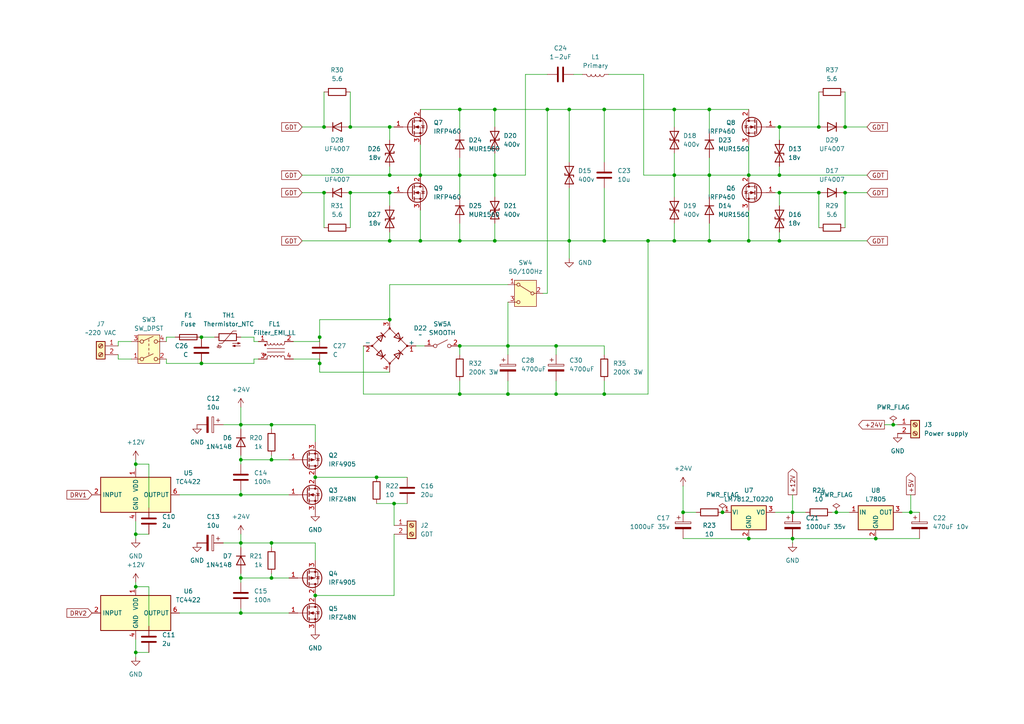
<source format=kicad_sch>
(kicad_sch (version 20231120) (generator "eeschema") (generator_version "8.0")
  (paper "A4")
  (title_block (title "HNaderi's PLL SSTC") (rev "2") (company "hnaderi.dev") (comment 1 "Power"))
  (lib_symbols
    (symbol "Connector:Screw_Terminal_01x02" (pin_names (offset 1.016) hide)
      (property "Reference" "J" (at 0 2.54 0))
      (property "Value" "Screw_Terminal_01x02" (at 0 -5.08 0))
      (symbol "Screw_Terminal_01x02_1_1"
        (pin passive line (at -5.08 0 0) (length 3.81) (name "Pin_1") (number "1"))
        (pin passive line (at -5.08 -2.54 0) (length 3.81) (name "Pin_2") (number "2"))
      )
    )
    (symbol "Device:C" (pin_numbers hide) (pin_names (offset 0.254))
      (property "Reference" "C" (at 0.635 2.54 0))
      (property "Value" "C" (at 0.635 -2.54 0))
      (symbol "C_1_1"
        (pin passive line (at 0 3.81 270) (length 2.794) (name "~") (number "1"))
        (pin passive line (at 0 -3.81 90) (length 2.794) (name "~") (number "2"))
      )
    )
    (symbol "Device:C_Polarized" (pin_numbers hide) (pin_names (offset 0.254))
      (property "Reference" "C" (at 0.635 2.54 0))
      (property "Value" "C_Polarized" (at 0.635 -2.54 0))
      (symbol "C_Polarized_1_1"
        (pin passive line (at 0 3.81 270) (length 2.794) (name "~") (number "1"))
        (pin passive line (at 0 -3.81 90) (length 2.794) (name "~") (number "2"))
      )
    )
    (symbol "Device:D" (pin_numbers hide) (pin_names (offset 1.016) hide)
      (property "Reference" "D" (at 0 2.54 0))
      (property "Value" "D" (at 0 -2.54 0))
      (symbol "D_1_1"
        (pin passive line (at -3.81 0 0) (length 2.54) (name "K") (number "1"))
        (pin passive line (at 3.81 0 180) (length 2.54) (name "A") (number "2"))
      )
    )
    (symbol "Device:D_Bridge_+-AA" (pin_names (offset 0))
      (property "Reference" "D" (at 2.54 6.985 0))
      (property "Value" "D_Bridge_+-AA" (at 2.54 5.08 0))
      (symbol "D_Bridge_+-AA_1_1"
        (pin passive line (at 7.62 0 180) (length 2.54) (name "+") (number "1"))
        (pin passive line (at -7.62 0 0) (length 2.54) (name "-") (number "2"))
        (pin passive line (at 0 7.62 270) (length 2.54) (name "~") (number "3"))
        (pin passive line (at 0 -7.62 90) (length 2.54) (name "~") (number "4"))
      )
    )
    (symbol "Device:D_TVS" (pin_numbers hide) (pin_names (offset 1.016) hide)
      (property "Reference" "D" (at 0 2.54 0))
      (property "Value" "D_TVS" (at 0 -2.54 0))
      (symbol "D_TVS_1_1"
        (pin passive line (at -3.81 0 0) (length 2.54) (name "A1") (number "1"))
        (pin passive line (at 3.81 0 180) (length 2.54) (name "A2") (number "2"))
      )
    )
    (symbol "Device:Filter_EMI_LL" (pin_names (offset 0.254) hide)
      (property "Reference" "FL" (at 0 4.445 0))
      (property "Value" "Filter_EMI_LL" (at 0 -4.445 0))
      (symbol "Filter_EMI_LL_1_1"
        (pin passive line (at -5.08 2.54 0) (length 2.54) (name "1") (number "1"))
        (pin passive line (at 5.08 2.54 180) (length 2.54) (name "2") (number "2"))
        (pin passive line (at -5.08 -2.54 0) (length 2.54) (name "3") (number "3"))
        (pin passive line (at 5.08 -2.54 180) (length 2.54) (name "4") (number "4"))
      )
    )
    (symbol "Device:Fuse" (pin_numbers hide) (pin_names (offset 0))
      (property "Reference" "F" (at 2.032 0 90))
      (property "Value" "Fuse" (at -1.905 0 90))
      (symbol "Fuse_1_1"
        (pin passive line (at 0 3.81 270) (length 1.27) (name "~") (number "1"))
        (pin passive line (at 0 -3.81 90) (length 1.27) (name "~") (number "2"))
      )
    )
    (symbol "Device:L" (pin_numbers hide) (pin_names (offset 1.016) hide)
      (property "Reference" "L" (at -1.27 0 90))
      (property "Value" "L" (at 1.905 0 90))
      (symbol "L_1_1"
        (pin passive line (at 0 3.81 270) (length 1.27) (name "1") (number "1"))
        (pin passive line (at 0 -3.81 90) (length 1.27) (name "2") (number "2"))
      )
    )
    (symbol "Device:Q_NMOS_GDS" (pin_names (offset 0) hide)
      (property "Reference" "Q" (at 5.08 1.27 0))
      (property "Value" "Q_NMOS_GDS" (at 5.08 -1.27 0))
      (symbol "Q_NMOS_GDS_1_1"
        (pin input line (at -5.08 0 0) (length 2.54) (name "G") (number "1"))
        (pin passive line (at 2.54 5.08 270) (length 2.54) (name "D") (number "2"))
        (pin passive line (at 2.54 -5.08 90) (length 2.54) (name "S") (number "3"))
      )
    )
    (symbol "Device:R" (pin_numbers hide) (pin_names (offset 0))
      (property "Reference" "R" (at 2.032 0 90))
      (property "Value" "R" (at 0 0 90))
      (symbol "R_1_1"
        (pin passive line (at 0 3.81 270) (length 1.27) (name "~") (number "1"))
        (pin passive line (at 0 -3.81 90) (length 1.27) (name "~") (number "2"))
      )
    )
    (symbol "Device:Thermistor_NTC" (pin_numbers hide) (pin_names (offset 0))
      (property "Reference" "TH" (at -4.445 0 90))
      (property "Value" "Thermistor_NTC" (at 3.175 0 90))
      (symbol "Thermistor_NTC_1_1"
        (pin passive line (at 0 3.81 270) (length 1.27) (name "~") (number "1"))
        (pin passive line (at 0 -3.81 90) (length 1.27) (name "~") (number "2"))
      )
    )
    (symbol "Diode:1N4148" (pin_numbers hide) (pin_names hide)
      (property "Reference" "D" (at 0 2.54 0))
      (property "Value" "1N4148" (at 0 -2.54 0))
      (symbol "1N4148_1_1"
        (pin passive line (at -3.81 0 0) (length 2.54) (name "K") (number "1"))
        (pin passive line (at 3.81 0 180) (length 2.54) (name "A") (number "2"))
      )
    )
    (symbol "Driver_FET:TC4422"
      (property "Reference" "U" (at -8.89 6.35 0))
      (property "Value" "TC4422" (at 6.35 6.35 0))
      (symbol "TC4422_1_1"
        (pin power_in line (at 0 7.62 270) (length 2.54) (name "VDD") (number "1"))
        (pin input line (at -12.7 0 0) (length 2.54) (name "INPUT") (number "2"))
        (pin no_connect line (at -5.08 -5.08 90) (length 2.54) hide (name "NC") (number "3"))
        (pin power_in line (at 0 -7.62 90) (length 2.54) (name "GND") (number "4"))
        (pin passive line (at 0 -7.62 90) (length 2.54) hide (name "GND") (number "5"))
        (pin output line (at 12.7 0 180) (length 2.54) (name "OUTPUT") (number "6"))
        (pin passive line (at 12.7 0 180) (length 2.54) hide (name "OUTPUT") (number "7"))
        (pin passive line (at 0 7.62 270) (length 2.54) hide (name "VDD") (number "8"))
      )
    )
    (symbol "Missing:IRFZ48N" (pin_names hide)
      (property "Reference" "Q" (at 5.08 1.905 0))
      (property "Value" "IRFZ48N" (at 5.08 0 0))
      (symbol "IRFZ48N_1_1"
        (pin input line (at -5.08 0 0) (length 2.54) (name "G") (number "1"))
        (pin passive line (at 2.54 5.08 270) (length 2.54) (name "D") (number "2"))
        (pin passive line (at 2.54 -5.08 90) (length 2.54) (name "S") (number "3"))
      )
    )
    (symbol "Regulator_Linear:L7805" (pin_names (offset 0.254))
      (property "Reference" "U" (at -3.81 3.175 0))
      (property "Value" "L7805" (at 0 3.175 0))
      (symbol "L7805_1_1"
        (pin power_in line (at -7.62 0 0) (length 2.54) (name "IN") (number "1"))
        (pin power_in line (at 0 -7.62 90) (length 2.54) (name "GND") (number "2"))
        (pin power_out line (at 7.62 0 180) (length 2.54) (name "OUT") (number "3"))
      )
    )
    (symbol "Regulator_Linear:LM7812_TO220" (pin_names (offset 0.254))
      (property "Reference" "U" (at -3.81 3.175 0))
      (property "Value" "LM7812_TO220" (at 0 3.175 0))
      (symbol "LM7812_TO220_1_1"
        (pin power_in line (at -7.62 0 0) (length 2.54) (name "VI") (number "1"))
        (pin power_in line (at 0 -7.62 90) (length 2.54) (name "GND") (number "2"))
        (pin power_out line (at 7.62 0 180) (length 2.54) (name "VO") (number "3"))
      )
    )
    (symbol "Switch:SW_DPST" (pin_names (offset 0) hide)
      (property "Reference" "SW" (at 0 6.35 0))
      (property "Value" "SW_DPST" (at 0 -5.08 0))
      (symbol "SW_DPST_1_1"
        (pin passive line (at -5.08 -2.54 0) (length 2.54) (name "1") (number "1"))
        (pin passive line (at 5.08 -2.54 180) (length 2.54) (name "2") (number "2"))
        (pin passive line (at -5.08 2.54 0) (length 2.54) (name "3") (number "3"))
        (pin passive line (at 5.08 2.54 180) (length 2.54) (name "4") (number "4"))
      )
    )
    (symbol "Switch:SW_DPST_x2" (pin_names (offset 0) hide)
      (property "Reference" "SW" (at 0 3.175 0))
      (property "Value" "SW_DPST_x2" (at 0 -2.54 0))
      (symbol "SW_DPST_x2_1_1"
        (pin passive line (at -5.08 0 0) (length 2.54) (name "A") (number "1"))
        (pin passive line (at 5.08 0 180) (length 2.54) (name "B") (number "2"))
      )
      (symbol "SW_DPST_x2_2_1"
        (pin passive line (at -5.08 0 0) (length 2.54) (name "A") (number "3"))
        (pin passive line (at 5.08 0 180) (length 2.54) (name "B") (number "4"))
      )
    )
    (symbol "Switch:SW_SPDT" (pin_names (offset 0) hide)
      (property "Reference" "SW" (at 0 5.08 0))
      (property "Value" "SW_SPDT" (at 0 -5.08 0))
      (symbol "SW_SPDT_1_1"
        (pin passive line (at 5.08 2.54 180) (length 2.54) (name "A") (number "1"))
        (pin passive line (at -5.08 0 0) (length 2.54) (name "B") (number "2"))
        (pin passive line (at 5.08 -2.54 180) (length 2.54) (name "C") (number "3"))
      )
    )
    (symbol "Transistor_FET:IRF4905" (pin_names hide)
      (property "Reference" "Q" (at 5.08 1.905 0))
      (property "Value" "IRF4905" (at 5.08 0 0))
      (symbol "IRF4905_1_1"
        (pin input line (at -5.08 0 0) (length 2.54) (name "G") (number "1"))
        (pin passive line (at 2.54 5.08 270) (length 2.54) (name "D") (number "2"))
        (pin passive line (at 2.54 -5.08 90) (length 2.54) (name "S") (number "3"))
      )
    )
    (symbol "power:+15V" (power) (pin_numbers hide) (pin_names (offset 0) hide)
      (property "Value" "+15V" (at 0 3.556 0))
      (symbol "+15V_1_1"
        (pin power_in line (at 0 0 90) (length 0) (name "~") (number "1"))
      )
    )
    (symbol "power:+24V" (power) (pin_numbers hide) (pin_names (offset 0) hide)
      (property "Value" "+24V" (at 0 3.556 0))
      (symbol "+24V_1_1"
        (pin power_in line (at 0 0 90) (length 0) (name "~") (number "1"))
      )
    )
    (symbol "power:GND" (power) (pin_numbers hide) (pin_names (offset 0) hide)
      (property "Value" "GND" (at 0 -3.81 0))
      (symbol "GND_1_1"
        (pin power_in line (at 0 0 270) (length 0) (name "~") (number "1"))
      )
    )
    (symbol "power:PWR_FLAG" (power) (pin_numbers hide) (pin_names (offset 0) hide)
      (property "Value" "PWR_FLAG" (at 0 3.81 0))
      (symbol "PWR_FLAG_0_0"
        (pin power_out line (at 0 0 90) (length 0) (name "~") (number "1"))
      )
    )
  )
  (junction (at 195.58 69.85))
  (junction (at 39.37 154.94))
  (junction (at 245.11 55.88))
  (junction (at 198.12 148.59))
  (junction (at 205.74 69.85))
  (junction (at 226.06 50.8))
  (junction (at 147.32 114.3))
  (junction (at 78.74 157.48))
  (junction (at 161.29 114.3))
  (junction (at 58.42 97.79))
  (junction (at 259.08 123.19))
  (junction (at 69.85 167.64))
  (junction (at 217.17 69.85))
  (junction (at 226.06 36.83))
  (junction (at 226.06 69.85))
  (junction (at 226.06 55.88))
  (junction (at 78.74 133.35))
  (junction (at 254 156.21))
  (junction (at 121.92 50.8))
  (junction (at 69.85 177.8))
  (junction (at 121.92 69.85))
  (junction (at 58.42 105.41))
  (junction (at 39.37 170.18))
  (junction (at 209.55 148.59))
  (junction (at 91.44 172.72))
  (junction (at 175.26 69.85))
  (junction (at 93.98 55.88))
  (junction (at 92.71 105.41))
  (junction (at 91.44 138.43))
  (junction (at 158.75 31.75))
  (junction (at 133.35 50.8))
  (junction (at 245.11 36.83))
  (junction (at 101.6 55.88))
  (junction (at 143.51 69.85))
  (junction (at 69.85 133.35))
  (junction (at 92.71 97.79))
  (junction (at 175.26 114.3))
  (junction (at 113.03 50.8))
  (junction (at 175.26 31.75))
  (junction (at 113.03 55.88))
  (junction (at 113.03 92.71))
  (junction (at 187.96 69.85))
  (junction (at 101.6 36.83))
  (junction (at 39.37 134.62))
  (junction (at 93.98 36.83))
  (junction (at 69.85 157.48))
  (junction (at 195.58 31.75))
  (junction (at 195.58 50.8))
  (junction (at 161.29 100.33))
  (junction (at 165.1 31.75))
  (junction (at 205.74 31.75))
  (junction (at 78.74 167.64))
  (junction (at 205.74 50.8))
  (junction (at 113.03 36.83))
  (junction (at 143.51 50.8))
  (junction (at 114.3 146.05))
  (junction (at 133.35 100.33))
  (junction (at 264.16 148.59))
  (junction (at 133.35 69.85))
  (junction (at 69.85 143.51))
  (junction (at 237.49 36.83))
  (junction (at 229.87 148.59))
  (junction (at 165.1 69.85))
  (junction (at 217.17 50.8))
  (junction (at 109.22 138.43))
  (junction (at 237.49 55.88))
  (junction (at 78.74 123.19))
  (junction (at 133.35 114.3))
  (junction (at 113.03 69.85))
  (junction (at 133.35 31.75))
  (junction (at 242.57 148.59))
  (junction (at 229.87 156.21))
  (junction (at 147.32 100.33))
  (junction (at 39.37 189.23))
  (junction (at 217.17 156.21))
  (junction (at 69.85 123.19))
  (junction (at 143.51 31.75))
  (wire (pts (xy 91.44 128.27) (xy 91.44 123.19)))
  (wire (pts (xy 264.16 148.59) (xy 261.62 148.59)))
  (wire (pts (xy 39.37 185.42) (xy 39.37 189.23)))
  (wire (pts (xy 64.77 157.48) (xy 69.85 157.48)))
  (wire (pts (xy 113.03 107.95) (xy 92.71 107.95)))
  (wire (pts (xy 69.85 134.62) (xy 69.85 133.35)))
  (wire (pts (xy 143.51 50.8) (xy 133.35 50.8)))
  (wire (pts (xy 39.37 134.62) (xy 39.37 135.89)))
  (wire (pts (xy 113.03 82.55) (xy 113.03 92.71)))
  (wire (pts (xy 39.37 190.5) (xy 39.37 189.23)))
  (wire (pts (xy 121.92 50.8) (xy 133.35 50.8)))
  (wire (pts (xy 246.38 148.59) (xy 242.57 148.59)))
  (wire (pts (xy 93.98 55.88) (xy 93.98 66.04)))
  (wire (pts (xy 113.03 55.88) (xy 113.03 59.69)))
  (wire (pts (xy 186.69 21.59) (xy 186.69 50.8)))
  (wire (pts (xy 175.26 100.33) (xy 175.26 102.87)))
  (wire (pts (xy 205.74 57.15) (xy 205.74 50.8)))
  (wire (pts (xy 251.46 50.8) (xy 226.06 50.8)))
  (wire (pts (xy 91.44 172.72) (xy 114.3 172.72)))
  (wire (pts (xy 165.1 69.85) (xy 175.26 69.85)))
  (wire (pts (xy 143.51 57.15) (xy 143.51 50.8)))
  (wire (pts (xy 113.03 36.83) (xy 113.03 40.64)))
  (wire (pts (xy 143.51 44.45) (xy 143.51 50.8)))
  (wire (pts (xy 147.32 100.33) (xy 147.32 102.87)))
  (wire (pts (xy 78.74 166.37) (xy 78.74 167.64)))
  (wire (pts (xy 133.35 102.87) (xy 133.35 100.33)))
  (wire (pts (xy 69.85 142.24) (xy 69.85 143.51)))
  (wire (pts (xy 69.85 123.19) (xy 78.74 123.19)))
  (wire (pts (xy 114.3 146.05) (xy 114.3 152.4)))
  (wire (pts (xy 69.85 123.19) (xy 69.85 124.46)))
  (wire (pts (xy 147.32 87.63) (xy 147.32 100.33)))
  (wire (pts (xy 87.63 36.83) (xy 93.98 36.83)))
  (wire (pts (xy 226.06 55.88) (xy 237.49 55.88)))
  (wire (pts (xy 113.03 82.55) (xy 147.32 82.55)))
  (wire (pts (xy 109.22 138.43) (xy 118.11 138.43)))
  (wire (pts (xy 121.92 69.85) (xy 113.03 69.85)))
  (wire (pts (xy 245.11 55.88) (xy 245.11 66.04)))
  (wire (pts (xy 226.06 55.88) (xy 226.06 59.69)))
  (wire (pts (xy 226.06 50.8) (xy 226.06 48.26)))
  (wire (pts (xy 78.74 132.08) (xy 78.74 133.35)))
  (wire (pts (xy 175.26 54.61) (xy 175.26 69.85)))
  (wire (pts (xy 78.74 133.35) (xy 83.82 133.35)))
  (wire (pts (xy 114.3 146.05) (xy 118.11 146.05)))
  (wire (pts (xy 133.35 45.72) (xy 133.35 50.8)))
  (wire (pts (xy 109.22 146.05) (xy 114.3 146.05)))
  (wire (pts (xy 187.96 114.3) (xy 187.96 69.85)))
  (wire (pts (xy 241.3 148.59) (xy 242.57 148.59)))
  (wire (pts (xy 205.74 64.77) (xy 205.74 69.85)))
  (wire (pts (xy 105.41 114.3) (xy 133.35 114.3)))
  (wire (pts (xy 161.29 100.33) (xy 175.26 100.33)))
  (wire (pts (xy 198.12 148.59) (xy 201.93 148.59)))
  (wire (pts (xy 198.12 140.97) (xy 198.12 148.59)))
  (wire (pts (xy 158.75 21.59) (xy 152.4 21.59)))
  (wire (pts (xy 34.29 99.06) (xy 38.1 99.06)))
  (wire (pts (xy 85.09 99.06) (xy 92.71 99.06)))
  (wire (pts (xy 143.51 69.85) (xy 133.35 69.85)))
  (wire (pts (xy 175.26 114.3) (xy 187.96 114.3)))
  (wire (pts (xy 195.58 64.77) (xy 195.58 69.85)))
  (wire (pts (xy 78.74 167.64) (xy 83.82 167.64)))
  (wire (pts (xy 93.98 36.83) (xy 93.98 26.67)))
  (wire (pts (xy 121.92 50.8) (xy 113.03 50.8)))
  (wire (pts (xy 175.26 46.99) (xy 175.26 31.75)))
  (wire (pts (xy 48.26 105.41) (xy 58.42 105.41)))
  (wire (pts (xy 73.66 99.06) (xy 73.66 97.79)))
  (wire (pts (xy 217.17 156.21) (xy 229.87 156.21)))
  (wire (pts (xy 113.03 50.8) (xy 113.03 48.26)))
  (wire (pts (xy 74.93 99.06) (xy 73.66 99.06)))
  (wire (pts (xy 195.58 69.85) (xy 205.74 69.85)))
  (wire (pts (xy 34.29 104.14) (xy 34.29 102.87)))
  (wire (pts (xy 217.17 50.8) (xy 205.74 50.8)))
  (wire (pts (xy 92.71 92.71) (xy 92.71 97.79)))
  (wire (pts (xy 224.79 55.88) (xy 226.06 55.88)))
  (wire (pts (xy 69.85 177.8) (xy 83.82 177.8)))
  (wire (pts (xy 87.63 50.8) (xy 113.03 50.8)))
  (wire (pts (xy 113.03 55.88) (xy 101.6 55.88)))
  (wire (pts (xy 69.85 133.35) (xy 78.74 133.35)))
  (wire (pts (xy 92.71 105.41) (xy 92.71 107.95)))
  (wire (pts (xy 39.37 154.94) (xy 39.37 151.13)))
  (wire (pts (xy 217.17 69.85) (xy 226.06 69.85)))
  (wire (pts (xy 143.51 69.85) (xy 165.1 69.85)))
  (wire (pts (xy 34.29 104.14) (xy 38.1 104.14)))
  (wire (pts (xy 165.1 74.93) (xy 165.1 69.85)))
  (wire (pts (xy 121.92 41.91) (xy 121.92 50.8)))
  (wire (pts (xy 158.75 31.75) (xy 165.1 31.75)))
  (wire (pts (xy 266.7 148.59) (xy 264.16 148.59)))
  (wire (pts (xy 168.91 21.59) (xy 166.37 21.59)))
  (wire (pts (xy 92.71 99.06) (xy 92.71 97.79)))
  (wire (pts (xy 217.17 50.8) (xy 226.06 50.8)))
  (wire (pts (xy 165.1 31.75) (xy 175.26 31.75)))
  (wire (pts (xy 195.58 57.15) (xy 195.58 50.8)))
  (wire (pts (xy 101.6 66.04) (xy 101.6 55.88)))
  (wire (pts (xy 245.11 36.83) (xy 245.11 26.67)))
  (wire (pts (xy 147.32 114.3) (xy 161.29 114.3)))
  (wire (pts (xy 226.06 36.83) (xy 226.06 40.64)))
  (wire (pts (xy 133.35 38.1) (xy 133.35 31.75)))
  (wire (pts (xy 176.53 21.59) (xy 186.69 21.59)))
  (wire (pts (xy 165.1 46.99) (xy 165.1 31.75)))
  (wire (pts (xy 69.85 166.37) (xy 69.85 167.64)))
  (wire (pts (xy 87.63 69.85) (xy 113.03 69.85)))
  (wire (pts (xy 62.23 97.79) (xy 58.42 97.79)))
  (wire (pts (xy 205.74 45.72) (xy 205.74 50.8)))
  (wire (pts (xy 143.51 64.77) (xy 143.51 69.85)))
  (wire (pts (xy 114.3 36.83) (xy 113.03 36.83)))
  (wire (pts (xy 147.32 100.33) (xy 161.29 100.33)))
  (wire (pts (xy 43.18 170.18) (xy 39.37 170.18)))
  (wire (pts (xy 43.18 189.23) (xy 39.37 189.23)))
  (wire (pts (xy 229.87 148.59) (xy 233.68 148.59)))
  (wire (pts (xy 161.29 114.3) (xy 161.29 110.49)))
  (wire (pts (xy 161.29 114.3) (xy 175.26 114.3)))
  (wire (pts (xy 34.29 100.33) (xy 34.29 99.06)))
  (wire (pts (xy 237.49 36.83) (xy 237.49 26.67)))
  (wire (pts (xy 133.35 114.3) (xy 147.32 114.3)))
  (wire (pts (xy 229.87 156.21) (xy 254 156.21)))
  (wire (pts (xy 175.26 31.75) (xy 195.58 31.75)))
  (wire (pts (xy 43.18 134.62) (xy 39.37 134.62)))
  (wire (pts (xy 143.51 31.75) (xy 133.35 31.75)))
  (wire (pts (xy 217.17 41.91) (xy 217.17 50.8)))
  (wire (pts (xy 73.66 97.79) (xy 69.85 97.79)))
  (wire (pts (xy 254 156.21) (xy 266.7 156.21)))
  (wire (pts (xy 229.87 143.51) (xy 229.87 148.59)))
  (wire (pts (xy 195.58 50.8) (xy 205.74 50.8)))
  (wire (pts (xy 92.71 104.14) (xy 92.71 105.41)))
  (wire (pts (xy 39.37 133.35) (xy 39.37 134.62)))
  (wire (pts (xy 69.85 176.53) (xy 69.85 177.8)))
  (wire (pts (xy 69.85 118.11) (xy 69.85 123.19)))
  (wire (pts (xy 217.17 60.96) (xy 217.17 69.85)))
  (wire (pts (xy 226.06 36.83) (xy 237.49 36.83)))
  (wire (pts (xy 152.4 50.8) (xy 143.51 50.8)))
  (wire (pts (xy 105.41 114.3) (xy 105.41 100.33)))
  (wire (pts (xy 205.74 38.1) (xy 205.74 31.75)))
  (wire (pts (xy 78.74 157.48) (xy 78.74 158.75)))
  (wire (pts (xy 114.3 154.94) (xy 114.3 172.72)))
  (wire (pts (xy 43.18 170.18) (xy 43.18 181.61)))
  (wire (pts (xy 48.26 99.06) (xy 48.26 97.79)))
  (wire (pts (xy 259.08 123.19) (xy 260.35 123.19)))
  (wire (pts (xy 175.26 110.49) (xy 175.26 114.3)))
  (wire (pts (xy 87.63 55.88) (xy 93.98 55.88)))
  (wire (pts (xy 158.75 31.75) (xy 158.75 85.09)))
  (wire (pts (xy 43.18 147.32) (xy 43.18 134.62)))
  (wire (pts (xy 39.37 168.91) (xy 39.37 170.18)))
  (wire (pts (xy 120.65 100.33) (xy 123.19 100.33)))
  (wire (pts (xy 121.92 60.96) (xy 121.92 69.85)))
  (wire (pts (xy 143.51 36.83) (xy 143.51 31.75)))
  (wire (pts (xy 92.71 92.71) (xy 113.03 92.71)))
  (wire (pts (xy 187.96 69.85) (xy 195.58 69.85)))
  (wire (pts (xy 224.79 148.59) (xy 229.87 148.59)))
  (wire (pts (xy 113.03 36.83) (xy 101.6 36.83)))
  (wire (pts (xy 217.17 69.85) (xy 205.74 69.85)))
  (wire (pts (xy 69.85 132.08) (xy 69.85 133.35)))
  (wire (pts (xy 175.26 69.85) (xy 187.96 69.85)))
  (wire (pts (xy 121.92 31.75) (xy 133.35 31.75)))
  (wire (pts (xy 147.32 114.3) (xy 147.32 110.49)))
  (wire (pts (xy 198.12 156.21) (xy 217.17 156.21)))
  (wire (pts (xy 91.44 123.19) (xy 78.74 123.19)))
  (wire (pts (xy 152.4 21.59) (xy 152.4 50.8)))
  (wire (pts (xy 91.44 157.48) (xy 78.74 157.48)))
  (wire (pts (xy 85.09 104.14) (xy 92.71 104.14)))
  (wire (pts (xy 69.85 157.48) (xy 78.74 157.48)))
  (wire (pts (xy 121.92 69.85) (xy 133.35 69.85)))
  (wire (pts (xy 133.35 100.33) (xy 147.32 100.33)))
  (wire (pts (xy 237.49 66.04) (xy 237.49 55.88)))
  (wire (pts (xy 114.3 55.88) (xy 113.03 55.88)))
  (wire (pts (xy 195.58 31.75) (xy 205.74 31.75)))
  (wire (pts (xy 217.17 31.75) (xy 205.74 31.75)))
  (wire (pts (xy 91.44 162.56) (xy 91.44 157.48)))
  (wire (pts (xy 161.29 100.33) (xy 161.29 102.87)))
  (wire (pts (xy 69.85 168.91) (xy 69.85 167.64)))
  (wire (pts (xy 64.77 123.19) (xy 69.85 123.19)))
  (wire (pts (xy 48.26 97.79) (xy 50.8 97.79)))
  (wire (pts (xy 133.35 114.3) (xy 133.35 110.49)))
  (wire (pts (xy 143.51 31.75) (xy 158.75 31.75)))
  (wire (pts (xy 52.07 177.8) (xy 69.85 177.8)))
  (wire (pts (xy 52.07 143.51) (xy 69.85 143.51)))
  (wire (pts (xy 264.16 143.51) (xy 264.16 148.59)))
  (wire (pts (xy 69.85 143.51) (xy 83.82 143.51)))
  (wire (pts (xy 73.66 104.14) (xy 74.93 104.14)))
  (wire (pts (xy 251.46 55.88) (xy 245.11 55.88)))
  (wire (pts (xy 133.35 64.77) (xy 133.35 69.85)))
  (wire (pts (xy 91.44 138.43) (xy 109.22 138.43)))
  (wire (pts (xy 229.87 157.48) (xy 229.87 156.21)))
  (wire (pts (xy 73.66 105.41) (xy 73.66 104.14)))
  (wire (pts (xy 113.03 67.31) (xy 113.03 69.85)))
  (wire (pts (xy 158.75 85.09) (xy 157.48 85.09)))
  (wire (pts (xy 101.6 36.83) (xy 101.6 26.67)))
  (wire (pts (xy 256.54 123.19) (xy 259.08 123.19)))
  (wire (pts (xy 39.37 156.21) (xy 39.37 154.94)))
  (wire (pts (xy 226.06 69.85) (xy 226.06 67.31)))
  (wire (pts (xy 186.69 50.8) (xy 195.58 50.8)))
  (wire (pts (xy 133.35 57.15) (xy 133.35 50.8)))
  (wire (pts (xy 195.58 44.45) (xy 195.58 50.8)))
  (wire (pts (xy 195.58 36.83) (xy 195.58 31.75)))
  (wire (pts (xy 69.85 154.94) (xy 69.85 157.48)))
  (wire (pts (xy 251.46 69.85) (xy 226.06 69.85)))
  (wire (pts (xy 165.1 54.61) (xy 165.1 69.85)))
  (wire (pts (xy 69.85 167.64) (xy 78.74 167.64)))
  (wire (pts (xy 39.37 154.94) (xy 43.18 154.94)))
  (wire (pts (xy 58.42 105.41) (xy 73.66 105.41)))
  (wire (pts (xy 224.79 36.83) (xy 226.06 36.83)))
  (wire (pts (xy 69.85 157.48) (xy 69.85 158.75)))
  (wire (pts (xy 48.26 105.41) (xy 48.26 104.14)))
  (wire (pts (xy 251.46 36.83) (xy 245.11 36.83)))
  (wire (pts (xy 78.74 123.19) (xy 78.74 124.46)))
  (global_label "DRV2" (shape input) (at 26.67 177.8 180) (property "Intersheetrefs" "${INTERSHEET_REFS}" (effects (hide yes))))
  (global_label "GDT" (shape input) (at 87.63 50.8 180) (property "Intersheetrefs" "${INTERSHEET_REFS}" (effects (hide yes))))
  (global_label "GDT" (shape input) (at 251.46 55.88 0) (property "Intersheetrefs" "${INTERSHEET_REFS}" (effects (hide yes))))
  (global_label "+12V" (shape output) (at 229.87 143.51 90) (property "Intersheetrefs" "${INTERSHEET_REFS}" (effects (hide yes))))
  (global_label "GDT" (shape input) (at 251.46 36.83 0) (property "Intersheetrefs" "${INTERSHEET_REFS}" (effects (hide yes))))
  (global_label "+24V" (shape output) (at 256.54 123.19 180) (property "Intersheetrefs" "${INTERSHEET_REFS}" (effects (hide yes))))
  (global_label "GDT" (shape input) (at 251.46 50.8 0) (property "Intersheetrefs" "${INTERSHEET_REFS}" (effects (hide yes))))
  (global_label "GDT" (shape input) (at 87.63 36.83 180) (property "Intersheetrefs" "${INTERSHEET_REFS}" (effects (hide yes))))
  (global_label "GDT" (shape input) (at 251.46 69.85 0) (property "Intersheetrefs" "${INTERSHEET_REFS}" (effects (hide yes))))
  (global_label "GDT" (shape input) (at 87.63 69.85 180) (property "Intersheetrefs" "${INTERSHEET_REFS}" (effects (hide yes))))
  (global_label "GDT" (shape input) (at 87.63 55.88 180) (property "Intersheetrefs" "${INTERSHEET_REFS}" (effects (hide yes))))
  (global_label "+5V" (shape output) (at 264.16 143.51 90) (property "Intersheetrefs" "${INTERSHEET_REFS}" (effects (hide yes))))
  (global_label "DRV1" (shape input) (at 26.67 143.51 180) (property "Intersheetrefs" "${INTERSHEET_REFS}" (effects (hide yes))))
  (symbol (lib_id "Device:C_Polarized") (at 60.96 157.48 270) (unit 1)
    (property "Reference" "C13" (at 61.849 149.86 90))
    (property "Value" "10u" (at 61.849 152.4 90))
    (property "Footprint" "Capacitor_THT:CP_Radial_D5.0mm_P2.50mm" (effects (hide yes)))
    (property "Description" "Polarized capacitor" (effects (hide yes)))
  )
  (symbol (lib_id "Device:D_Bridge_+-AA") (at 113.03 100.33 0) (unit 1)
    (property "Reference" "D22" (at 121.92 95.1798 0))
    (property "Value" "~" (at 121.92 97.0849 0))
    (property "Description" "Diode bridge, +ve/-ve/AC/AC" (effects (hide yes)))
  )
  (symbol (lib_id "Device:R") (at 97.79 26.67 90) (unit 1)
    (property "Reference" "R30" (at 97.79 20.32 90))
    (property "Value" "5.6" (at 97.79 22.86 90))
    (property "Description" "Resistor" (effects (hide yes)))
  )
  (symbol (lib_id "Diode:1N4148") (at 69.85 128.27 270) (unit 1)
    (property "Reference" "D6" (at 67.31 126.9999 90) (effects (justify right)))
    (property "Value" "1N4148" (at 67.31 129.5399 90) (effects (justify right)))
    (property "Footprint" "Diode_THT:D_DO-35_SOD27_P7.62mm_Horizontal" (effects (hide yes)))
    (property "Datasheet" "https://assets.nexperia.com/documents/data-sheet/1N4148_1N4448.pdf" (effects (hide yes)))
    (property "Description" "100V 0.15A standard switching diode, DO-35" (effects (hide yes)))
    (property "Sim.Device" "D" (effects (hide yes)))
    (property "Sim.Pins" "1=K 2=A" (effects (hide yes)))
  )
  (symbol (lib_id "Missing:IRFZ48N") (at 88.9 177.8 0) (unit 1)
    (property "Reference" "Q5" (at 95.25 176.5299 0) (effects (justify left)))
    (property "Value" "IRFZ48N" (at 95.25 179.0699 0) (effects (justify left)))
    (property "Footprint" "Package_TO_SOT_THT:TO-220-3_Vertical" (effects (hide yes)))
    (property "Datasheet" "https://www.infineon.com/dgdl/Infineon-IRFZ48N-DataSheet-v01_01-EN.pdf?fileId=5546d462533600a40153563ea972222c" (effects (hide yes)))
    (property "Description" "64A Id, 55 Vds, HEXFET N-Channel MOSFET, TO-220" (effects (hide yes)))
  )
  (symbol (lib_id "Device:D") (at 241.3 36.83 0) (mirror y) (unit 1)
    (property "Reference" "D29" (at 241.3 40.64 0))
    (property "Value" "UF4007" (at 241.3 43.18 0))
    (property "Description" "Diode" (effects (hide yes)))
    (property "Sim.Device" "D" (effects (hide yes)))
    (property "Sim.Pins" "1=K 2=A" (effects (hide yes)))
  )
  (symbol (lib_id "Device:D") (at 205.74 41.91 90) (mirror x) (unit 1)
    (property "Reference" "D23" (at 208.28 40.6399 90) (effects (justify right)))
    (property "Value" "MUR1560" (at 208.28 43.1799 90) (effects (justify right)))
    (property "Footprint" "Package_TO_SOT_THT:TO-220-2_Vertical" (effects (hide yes)))
    (property "Datasheet" "https://www.onsemi.com/pdf/datasheet/mur1520-d.pdf" (effects (hide yes)))
    (property "Description" "Diode" (effects (hide yes)))
    (property "Sim.Device" "D" (effects (hide yes)))
    (property "Sim.Pins" "1=K 2=A" (effects (hide yes)))
  )
  (symbol (lib_id "Device:R") (at 241.3 66.04 270) (unit 1)
    (property "Reference" "R29" (at 241.3 59.69 90))
    (property "Value" "5.6" (at 241.3 62.23 90))
    (property "Description" "Resistor" (effects (hide yes)))
  )
  (symbol (lib_id "Device:Q_NMOS_GDS") (at 119.38 55.88 0) (unit 1)
    (property "Reference" "Q9" (at 125.73 54.6099 0) (effects (justify left)))
    (property "Value" "IRFP460" (at 125.73 57.1499 0) (effects (justify left)))
    (property "Footprint" "Package_TO_SOT_THT:TO-247-3_Vertical" (effects (hide yes)))
    (property "Datasheet" "https://www.vishay.com/docs/91237/91237.pdf" (effects (hide yes)))
    (property "Description" "N-MOSFET transistor, gate/drain/source" (effects (hide yes)))
  )
  (symbol (lib_id "power:PWR_FLAG") (at 209.55 148.59 0) (unit 1)
    (property "Reference" "#FLG01" (effects (hide yes)))
    (property "Value" "PWR_FLAG" (at 209.55 143.51 0))
    (property "Description" "Special symbol for telling ERC where power comes from" (effects (hide yes)))
  )
  (symbol (lib_id "power:GND") (at 260.35 125.73 0) (unit 1)
    (property "Reference" "#PWR039" (effects (hide yes)))
    (property "Value" "GND" (at 260.35 130.81 0))
    (property "Description" "Power symbol creates a global label with name \"GND\" , ground" (effects (hide yes)))
  )
  (symbol (lib_id "power:GND") (at 91.44 148.59 0) (unit 1)
    (property "Reference" "#PWR025" (effects (hide yes)))
    (property "Value" "GND" (at 91.44 153.67 0))
    (property "Description" "Power symbol creates a global label with name \"GND\" , ground" (effects (hide yes)))
  )
  (symbol (lib_id "Device:R") (at 109.22 142.24 0) (unit 1)
    (property "Reference" "R22" (at 111.76 140.9699 0) (effects (justify left)))
    (property "Value" "10" (at 111.76 143.5099 0) (effects (justify left)))
    (property "Description" "Resistor" (effects (hide yes)))
  )
  (symbol (lib_id "Device:C") (at 118.11 142.24 0) (unit 1)
    (property "Reference" "C16" (at 121.92 140.9699 0) (effects (justify left)))
    (property "Value" "20u" (at 121.92 143.5099 0) (effects (justify left)))
    (property "Description" "Unpolarized capacitor" (effects (hide yes)))
  )
  (symbol (lib_id "Device:R") (at 241.3 26.67 270) (mirror x) (unit 1)
    (property "Reference" "R37" (at 241.3 20.32 90))
    (property "Value" "5.6" (at 241.3 22.86 90))
    (property "Description" "Resistor" (effects (hide yes)))
  )
  (symbol (lib_id "power:GND") (at 39.37 156.21 0) (unit 1)
    (property "Reference" "#PWR03" (effects (hide yes)))
    (property "Value" "GND" (at 39.37 161.29 0))
    (property "Description" "Power symbol creates a global label with name \"GND\" , ground" (effects (hide yes)))
  )
  (symbol (lib_id "Device:R") (at 97.79 66.04 90) (mirror x) (unit 1)
    (property "Reference" "R31" (at 97.79 59.69 90))
    (property "Value" "5.6" (at 97.79 62.23 90))
    (property "Description" "Resistor" (effects (hide yes)))
  )
  (symbol (lib_id "Device:C_Polarized") (at 161.29 106.68 0) (unit 1)
    (property "Reference" "C30" (at 165.1 104.5209 0) (effects (justify left)))
    (property "Value" "4700uF" (at 165.1 107.0609 0) (effects (justify left)))
    (property "Description" "Polarized capacitor" (effects (hide yes)))
  )
  (symbol (lib_id "Driver_FET:TC4422") (at 39.37 143.51 0) (unit 1)
    (property "Reference" "U5" (at 54.61 137.1914 0))
    (property "Value" "TC4422" (at 54.61 139.7314 0))
    (property "Footprint" "Package_DIP:DIP-8_W7.62mm" (effects (hide yes)))
    (property "Datasheet" "http://ww1.microchip.com/downloads/en/DeviceDoc/20001420F.pdf" (effects (hide yes)))
    (property "Description" "9A High-Speed non-inverting MOSFET Driver" (effects (hide yes)))
  )
  (symbol (lib_id "Device:C") (at 69.85 172.72 0) (unit 1)
    (property "Reference" "C15" (at 73.66 171.4499 0) (effects (justify left)))
    (property "Value" "100n" (at 73.66 173.9899 0) (effects (justify left)))
    (property "Footprint" "Capacitor_THT:CP_Radial_D4.0mm_P2.00mm" (effects (hide yes)))
    (property "Description" "Unpolarized capacitor" (effects (hide yes)))
  )
  (symbol (lib_id "Device:C_Polarized") (at 229.87 152.4 0) (unit 1)
    (property "Reference" "C21" (at 233.68 150.2409 0) (effects (justify left)))
    (property "Value" "1000uF 35v" (at 233.68 152.7809 0) (effects (justify left)))
    (property "Footprint" "Capacitor_THT:CP_Radial_D5.0mm_P2.50mm" (effects (hide yes)))
    (property "Description" "Polarized capacitor" (effects (hide yes)))
  )
  (symbol (lib_id "Device:C") (at 162.56 21.59 270) (unit 1)
    (property "Reference" "C24" (at 162.56 13.97 90))
    (property "Value" "1-2uF" (at 162.56 16.51 90))
    (property "Description" "Unpolarized capacitor" (effects (hide yes)))
  )
  (symbol (lib_id "power:+15V") (at 39.37 133.35 0) (unit 1)
    (property "Reference" "#PWR01" (effects (hide yes)))
    (property "Value" "+12V" (at 39.37 128.27 0))
    (property "Description" "Power symbol creates a global label with name \"+15V\"" (effects (hide yes)))
  )
  (symbol (lib_id "Device:R") (at 78.74 128.27 0) (unit 1)
    (property "Reference" "R20" (at 76.2 126.9999 0) (effects (justify right)))
    (property "Value" "1k" (at 76.2 129.5399 0) (effects (justify right)))
    (property "Footprint" "Resistor_THT:R_Axial_DIN0207_L6.3mm_D2.5mm_P2.54mm_Vertical" (effects (hide yes)))
    (property "Description" "Resistor" (effects (hide yes)))
  )
  (symbol (lib_id "Device:C") (at 58.42 101.6 0) (unit 1)
    (property "Reference" "C26" (at 54.61 100.3299 0) (effects (justify right)))
    (property "Value" "C" (at 54.61 102.8699 0) (effects (justify right)))
    (property "Description" "Unpolarized capacitor" (effects (hide yes)))
  )
  (symbol (lib_id "Device:D_TVS") (at 226.06 63.5 270) (unit 1)
    (property "Reference" "D16" (at 228.6 62.2299 90) (effects (justify left)))
    (property "Value" "18v" (at 228.6 64.7699 90) (effects (justify left)))
    (property "Description" "Bidirectional transient-voltage-suppression diode" (effects (hide yes)))
  )
  (symbol (lib_id "Switch:SW_SPDT") (at 152.4 85.09 0) (mirror y) (unit 1)
    (property "Reference" "SW4" (at 152.4 76.2 0))
    (property "Value" "50/100Hz" (at 152.4 78.74 0))
    (property "Description" "Switch, single pole double throw" (effects (hide yes)))
  )
  (symbol (lib_id "Device:Thermistor_NTC") (at 66.04 97.79 90) (unit 1)
    (property "Reference" "TH1" (at 66.3575 91.44 90))
    (property "Value" "Thermistor_NTC" (at 66.3575 93.98 90))
    (property "Description" "Temperature dependent resistor, negative temperature coefficient" (effects (hide yes)))
  )
  (symbol (lib_id "Device:D_TVS") (at 195.58 40.64 270) (unit 1)
    (property "Reference" "D18" (at 198.12 39.3699 90) (effects (justify left)))
    (property "Value" "400v" (at 198.12 41.9099 90) (effects (justify left)))
    (property "Description" "Bidirectional transient-voltage-suppression diode" (effects (hide yes)))
  )
  (symbol (lib_id "Device:D") (at 133.35 60.96 90) (mirror x) (unit 1)
    (property "Reference" "D25" (at 135.89 59.6899 90) (effects (justify right)))
    (property "Value" "MUR1560" (at 135.89 62.2299 90) (effects (justify right)))
    (property "Footprint" "Package_TO_SOT_THT:TO-220-2_Vertical" (effects (hide yes)))
    (property "Datasheet" "https://www.onsemi.com/pdf/datasheet/mur1520-d.pdf" (effects (hide yes)))
    (property "Description" "Diode" (effects (hide yes)))
    (property "Sim.Device" "D" (effects (hide yes)))
    (property "Sim.Pins" "1=K 2=A" (effects (hide yes)))
  )
  (symbol (lib_id "Device:C") (at 92.71 101.6 0) (unit 1)
    (property "Reference" "C27" (at 96.52 100.3299 0) (effects (justify left)))
    (property "Value" "C" (at 96.52 102.8699 0) (effects (justify left)))
    (property "Description" "Unpolarized capacitor" (effects (hide yes)))
  )
  (symbol (lib_id "Device:C_Polarized") (at 147.32 106.68 0) (unit 1)
    (property "Reference" "C28" (at 151.13 104.5209 0) (effects (justify left)))
    (property "Value" "4700uF" (at 151.13 107.0609 0) (effects (justify left)))
    (property "Description" "Polarized capacitor" (effects (hide yes)))
  )
  (symbol (lib_id "Regulator_Linear:L7805") (at 254 148.59 0) (unit 1)
    (property "Reference" "U8" (at 254 142.24 0))
    (property "Value" "L7805" (at 254 144.78 0))
    (property "Footprint" "Package_TO_SOT_THT:TO-220-3_Vertical" (effects (hide yes)))
    (property "Datasheet" "http://www.st.com/content/ccc/resource/technical/document/datasheet/41/4f/b3/b0/12/d4/47/88/CD00000444.pdf/files/CD00000444.pdf/jcr:content/translations/en.CD00000444.pdf" (effects (hide yes)))
    (property "Description" "Positive 1.5A 35V Linear Regulator, Fixed Output 5V, TO-220/TO-263/TO-252" (effects (hide yes)))
  )
  (symbol (lib_id "Device:C") (at 43.18 151.13 180) (unit 1)
    (property "Reference" "C10" (at 46.99 149.8599 0) (effects (justify right)))
    (property "Value" "2u" (at 46.99 152.3999 0) (effects (justify right)))
    (property "Description" "Unpolarized capacitor" (effects (hide yes)))
  )
  (symbol (lib_id "Switch:SW_DPST_x2") (at 128.27 100.33 0) (unit 1)
    (property "Reference" "SW5" (at 128.27 93.98 0))
    (property "Value" "SMOOTH" (at 128.27 96.52 0))
    (property "Description" "Single Pole Single Throw (SPST) switch, separate symbol" (effects (hide yes)))
  )
  (symbol (lib_id "power:GND") (at 39.37 190.5 0) (unit 1)
    (property "Reference" "#PWR06" (effects (hide yes)))
    (property "Value" "GND" (at 39.37 195.58 0))
    (property "Description" "Power symbol creates a global label with name \"GND\" , ground" (effects (hide yes)))
  )
  (symbol (lib_id "power:GND") (at 91.44 182.88 0) (unit 1)
    (property "Reference" "#PWR034" (effects (hide yes)))
    (property "Value" "GND" (at 91.44 187.96 0))
    (property "Description" "Power symbol creates a global label with name \"GND\" , ground" (effects (hide yes)))
  )
  (symbol (lib_id "Device:L") (at 172.72 21.59 270) (unit 1)
    (property "Reference" "L1" (at 172.72 16.51 90))
    (property "Value" "Primary" (at 172.72 19.05 90))
    (property "Description" "Inductor" (effects (hide yes)))
  )
  (symbol (lib_id "Device:R") (at 175.26 106.68 0) (unit 1)
    (property "Reference" "R35" (at 177.8 105.4099 0) (effects (justify left)))
    (property "Value" "200K 3W" (at 177.8 107.9499 0) (effects (justify left)))
    (property "Description" "Resistor" (effects (hide yes)))
  )
  (symbol (lib_id "Device:C") (at 43.18 185.42 180) (unit 1)
    (property "Reference" "C11" (at 46.99 184.1499 0) (effects (justify right)))
    (property "Value" "2u" (at 46.99 186.6899 0) (effects (justify right)))
    (property "Description" "Unpolarized capacitor" (effects (hide yes)))
  )
  (symbol (lib_id "Device:C_Polarized") (at 198.12 152.4 0) (unit 1)
    (property "Reference" "C17" (at 194.31 150.2409 0) (effects (justify right)))
    (property "Value" "1000uF 35v" (at 194.31 152.7809 0) (effects (justify right)))
    (property "Footprint" "Capacitor_THT:CP_Radial_D5.0mm_P2.50mm" (effects (hide yes)))
    (property "Description" "Polarized capacitor" (effects (hide yes)))
  )
  (symbol (lib_id "power:GND") (at 229.87 157.48 0) (unit 1)
    (property "Reference" "#PWR038" (effects (hide yes)))
    (property "Value" "GND" (at 229.87 162.56 0))
    (property "Description" "Power symbol creates a global label with name \"GND\" , ground" (effects (hide yes)))
  )
  (symbol (lib_id "Device:Q_NMOS_GDS") (at 219.71 55.88 0) (mirror y) (unit 1)
    (property "Reference" "Q6" (at 213.36 54.6099 0) (effects (justify left)))
    (property "Value" "IRFP460" (at 213.36 57.1499 0) (effects (justify left)))
    (property "Footprint" "Package_TO_SOT_THT:TO-247-3_Vertical" (effects (hide yes)))
    (property "Datasheet" "https://www.vishay.com/docs/91237/91237.pdf" (effects (hide yes)))
    (property "Description" "N-MOSFET transistor, gate/drain/source" (effects (hide yes)))
  )
  (symbol (lib_id "Device:Fuse") (at 54.61 97.79 270) (unit 1)
    (property "Reference" "F1" (at 54.61 91.44 90))
    (property "Value" "Fuse" (at 54.61 93.98 90))
    (property "Description" "Fuse" (effects (hide yes)))
  )
  (symbol (lib_id "Device:D") (at 241.3 55.88 180) (unit 1)
    (property "Reference" "D17" (at 241.3 49.53 0))
    (property "Value" "UF4007" (at 241.3 52.07 0))
    (property "Description" "Diode" (effects (hide yes)))
    (property "Sim.Device" "D" (effects (hide yes)))
    (property "Sim.Pins" "1=K 2=A" (effects (hide yes)))
  )
  (symbol (lib_id "Driver_FET:TC4422") (at 39.37 177.8 0) (unit 1)
    (property "Reference" "U6" (at 54.61 171.4814 0))
    (property "Value" "TC4422" (at 54.61 174.0214 0))
    (property "Footprint" "Package_DIP:DIP-8_W7.62mm" (effects (hide yes)))
    (property "Datasheet" "http://ww1.microchip.com/downloads/en/DeviceDoc/20001420F.pdf" (effects (hide yes)))
    (property "Description" "9A High-Speed non-inverting MOSFET Driver" (effects (hide yes)))
  )
  (symbol (lib_id "Device:D_TVS") (at 113.03 63.5 90) (mirror x) (unit 1)
    (property "Reference" "D27" (at 110.49 62.2299 90) (effects (justify left)))
    (property "Value" "18v" (at 110.49 64.7699 90) (effects (justify left)))
    (property "Description" "Bidirectional transient-voltage-suppression diode" (effects (hide yes)))
  )
  (symbol (lib_id "Transistor_FET:IRF4905") (at 88.9 167.64 0) (mirror x) (unit 1)
    (property "Reference" "Q4" (at 95.25 166.3699 0) (effects (justify left)))
    (property "Value" "IRF4905" (at 95.25 168.9099 0) (effects (justify left)))
    (property "Footprint" "Package_TO_SOT_THT:TO-220-3_Vertical" (effects (hide yes)))
    (property "Datasheet" "http://www.infineon.com/dgdl/irf4905.pdf?fileId=5546d462533600a4015355e32165197c" (effects (hide yes)))
    (property "Description" "-74A Id, -55V Vds, Single P-Channel HEXFET Power MOSFET, 20mOhm Ron, TO-220AB" (effects (hide yes)))
  )
  (symbol (lib_id "Transistor_FET:IRF4905") (at 88.9 133.35 0) (mirror x) (unit 1)
    (property "Reference" "Q2" (at 95.25 132.0799 0) (effects (justify left)))
    (property "Value" "IRF4905" (at 95.25 134.6199 0) (effects (justify left)))
    (property "Footprint" "Package_TO_SOT_THT:TO-220-3_Vertical" (effects (hide yes)))
    (property "Datasheet" "http://www.infineon.com/dgdl/irf4905.pdf?fileId=5546d462533600a4015355e32165197c" (effects (hide yes)))
    (property "Description" "-74A Id, -55V Vds, Single P-Channel HEXFET Power MOSFET, 20mOhm Ron, TO-220AB" (effects (hide yes)))
  )
  (symbol (lib_id "Device:D_TVS") (at 143.51 40.64 90) (mirror x) (unit 1)
    (property "Reference" "D20" (at 146.05 39.3699 90) (effects (justify right)))
    (property "Value" "400v" (at 146.05 41.9099 90) (effects (justify right)))
    (property "Description" "Bidirectional transient-voltage-suppression diode" (effects (hide yes)))
  )
  (symbol (lib_id "Device:D_TVS") (at 165.1 50.8 270) (unit 1)
    (property "Reference" "D15" (at 167.64 49.5299 90) (effects (justify left)))
    (property "Value" "400v" (at 167.64 52.0699 90) (effects (justify left)))
    (property "Description" "Bidirectional transient-voltage-suppression diode" (effects (hide yes)))
  )
  (symbol (lib_id "Device:D_TVS") (at 226.06 44.45 270) (unit 1)
    (property "Reference" "D13" (at 228.6 43.1799 90) (effects (justify left)))
    (property "Value" "18v" (at 228.6 45.7199 90) (effects (justify left)))
    (property "Description" "Bidirectional transient-voltage-suppression diode" (effects (hide yes)))
  )
  (symbol (lib_id "Device:C_Polarized") (at 60.96 123.19 270) (unit 1)
    (property "Reference" "C12" (at 61.849 115.57 90))
    (property "Value" "10u" (at 61.849 118.11 90))
    (property "Footprint" "Capacitor_THT:CP_Radial_D5.0mm_P2.50mm" (effects (hide yes)))
    (property "Description" "Polarized capacitor" (effects (hide yes)))
  )
  (symbol (lib_id "Device:Q_NMOS_GDS") (at 219.71 36.83 0) (mirror y) (unit 1)
    (property "Reference" "Q8" (at 213.36 35.5599 0) (effects (justify left)))
    (property "Value" "IRFP460" (at 213.36 38.0999 0) (effects (justify left)))
    (property "Footprint" "Package_TO_SOT_THT:TO-247-3_Vertical" (effects (hide yes)))
    (property "Datasheet" "https://www.vishay.com/docs/91237/91237.pdf" (effects (hide yes)))
    (property "Description" "N-MOSFET transistor, gate/drain/source" (effects (hide yes)))
  )
  (symbol (lib_id "Device:Filter_EMI_LL") (at 80.01 101.6 0) (unit 1)
    (property "Reference" "FL1" (at 79.629 93.98 0))
    (property "Value" "Filter_EMI_LL" (at 79.629 96.52 0))
    (property "Description" "EMI 2-inductor filter" (effects (hide yes)))
  )
  (symbol (lib_id "power:GND") (at 165.1 74.93 0) (unit 1)
    (property "Reference" "#PWR051" (effects (hide yes)))
    (property "Value" "GND" (at 167.64 76.1999 0) (effects (justify left)))
    (property "Description" "Power symbol creates a global label with name \"GND\" , ground" (effects (hide yes)))
  )
  (symbol (lib_id "power:+15V") (at 39.37 168.91 0) (unit 1)
    (property "Reference" "#PWR04" (effects (hide yes)))
    (property "Value" "+12V" (at 39.37 163.83 0))
    (property "Description" "Power symbol creates a global label with name \"+15V\"" (effects (hide yes)))
  )
  (symbol (lib_id "Diode:1N4148") (at 69.85 162.56 270) (unit 1)
    (property "Reference" "D7" (at 67.31 161.2899 90) (effects (justify right)))
    (property "Value" "1N4148" (at 67.31 163.8299 90) (effects (justify right)))
    (property "Footprint" "Diode_THT:D_DO-35_SOD27_P7.62mm_Horizontal" (effects (hide yes)))
    (property "Datasheet" "https://assets.nexperia.com/documents/data-sheet/1N4148_1N4448.pdf" (effects (hide yes)))
    (property "Description" "100V 0.15A standard switching diode, DO-35" (effects (hide yes)))
    (property "Sim.Device" "D" (effects (hide yes)))
    (property "Sim.Pins" "1=K 2=A" (effects (hide yes)))
  )
  (symbol (lib_id "Device:D_TVS") (at 195.58 60.96 270) (unit 1)
    (property "Reference" "D19" (at 198.12 59.6899 90) (effects (justify left)))
    (property "Value" "400v" (at 198.12 62.2299 90) (effects (justify left)))
    (property "Description" "Bidirectional transient-voltage-suppression diode" (effects (hide yes)))
  )
  (symbol (lib_id "Device:D") (at 97.79 36.83 0) (unit 1)
    (property "Reference" "D28" (at 97.79 40.64 0))
    (property "Value" "UF4007" (at 97.79 43.18 0))
    (property "Description" "Diode" (effects (hide yes)))
    (property "Sim.Device" "D" (effects (hide yes)))
    (property "Sim.Pins" "1=K 2=A" (effects (hide yes)))
  )
  (symbol (lib_id "power:PWR_FLAG") (at 242.57 148.59 0) (unit 1)
    (property "Reference" "#FLG02" (effects (hide yes)))
    (property "Value" "PWR_FLAG" (at 242.57 143.51 0))
    (property "Description" "Special symbol for telling ERC where power comes from" (effects (hide yes)))
  )
  (symbol (lib_id "power:+15V") (at 69.85 118.11 0) (unit 1)
    (property "Reference" "#PWR023" (effects (hide yes)))
    (property "Value" "+24V" (at 69.85 113.03 0))
    (property "Description" "Power symbol creates a global label with name \"+15V\"" (effects (hide yes)))
  )
  (symbol (lib_id "power:+24V") (at 198.12 140.97 0) (unit 1)
    (property "Reference" "#PWR037" (effects (hide yes)))
    (property "Value" "+24V" (at 198.12 135.89 0))
    (property "Description" "Power symbol creates a global label with name \"+24V\"" (effects (hide yes)))
  )
  (symbol (lib_id "Device:C_Polarized") (at 266.7 152.4 0) (unit 1)
    (property "Reference" "C22" (at 270.51 150.2409 0) (effects (justify left)))
    (property "Value" "470uF 10v" (at 270.51 152.7809 0) (effects (justify left)))
    (property "Footprint" "Capacitor_THT:CP_Radial_D5.0mm_P2.50mm" (effects (hide yes)))
    (property "Description" "Polarized capacitor" (effects (hide yes)))
  )
  (symbol (lib_id "power:PWR_FLAG") (at 259.08 123.19 0) (unit 1)
    (property "Reference" "#FLG03" (effects (hide yes)))
    (property "Value" "PWR_FLAG" (at 259.08 118.11 0))
    (property "Description" "Special symbol for telling ERC where power comes from" (effects (hide yes)))
  )
  (symbol (lib_id "Device:D_TVS") (at 113.03 44.45 90) (mirror x) (unit 1)
    (property "Reference" "D26" (at 110.49 43.1799 90) (effects (justify left)))
    (property "Value" "18v" (at 110.49 45.7199 90) (effects (justify left)))
    (property "Description" "Bidirectional transient-voltage-suppression diode" (effects (hide yes)))
  )
  (symbol (lib_id "Device:D") (at 133.35 41.91 90) (mirror x) (unit 1)
    (property "Reference" "D24" (at 135.89 40.6399 90) (effects (justify right)))
    (property "Value" "MUR1560" (at 135.89 43.1799 90) (effects (justify right)))
    (property "Footprint" "Package_TO_SOT_THT:TO-220-2_Vertical" (effects (hide yes)))
    (property "Datasheet" "https://www.onsemi.com/pdf/datasheet/mur1520-d.pdf" (effects (hide yes)))
    (property "Description" "Diode" (effects (hide yes)))
    (property "Sim.Device" "D" (effects (hide yes)))
    (property "Sim.Pins" "1=K 2=A" (effects (hide yes)))
  )
  (symbol (lib_id "power:GND") (at 57.15 157.48 0) (unit 1)
    (property "Reference" "#PWR022" (effects (hide yes)))
    (property "Value" "GND" (at 57.15 162.56 0))
    (property "Description" "Power symbol creates a global label with name \"GND\" , ground" (effects (hide yes)))
  )
  (symbol (lib_id "Device:D") (at 205.74 60.96 90) (mirror x) (unit 1)
    (property "Reference" "D14" (at 208.28 59.6899 90) (effects (justify right)))
    (property "Value" "MUR1560" (at 208.28 62.2299 90) (effects (justify right)))
    (property "Footprint" "Package_TO_SOT_THT:TO-220-2_Vertical" (effects (hide yes)))
    (property "Datasheet" "https://www.onsemi.com/pdf/datasheet/mur1520-d.pdf" (effects (hide yes)))
    (property "Description" "Diode" (effects (hide yes)))
    (property "Sim.Device" "D" (effects (hide yes)))
    (property "Sim.Pins" "1=K 2=A" (effects (hide yes)))
  )
  (symbol (lib_id "Device:C") (at 175.26 50.8 180) (unit 1)
    (property "Reference" "C23" (at 179.07 49.5299 0) (effects (justify right)))
    (property "Value" "10u" (at 179.07 52.0699 0) (effects (justify right)))
    (property "Description" "Unpolarized capacitor" (effects (hide yes)))
  )
  (symbol (lib_id "Connector:Screw_Terminal_01x02") (at 29.21 100.33 0) (mirror y) (unit 1)
    (property "Reference" "J7" (at 29.21 93.98 0))
    (property "Value" "~220 VAC" (at 29.21 96.52 0))
    (property "Description" "Generic screw terminal, single row, 01x02, script generated (kicad-library-utils/schlib/autogen/connector/)" (effects (hide yes)))
  )
  (symbol (lib_id "Device:C") (at 69.85 138.43 0) (unit 1)
    (property "Reference" "C14" (at 73.66 137.1599 0) (effects (justify left)))
    (property "Value" "100n" (at 73.66 139.6999 0) (effects (justify left)))
    (property "Footprint" "Capacitor_THT:CP_Radial_D4.0mm_P2.00mm" (effects (hide yes)))
    (property "Description" "Unpolarized capacitor" (effects (hide yes)))
  )
  (symbol (lib_id "Device:R") (at 133.35 106.68 0) (unit 1)
    (property "Reference" "R32" (at 135.89 105.4099 0) (effects (justify left)))
    (property "Value" "200K 3W" (at 135.89 107.9499 0) (effects (justify left)))
    (property "Description" "Resistor" (effects (hide yes)))
  )
  (symbol (lib_id "Device:R") (at 205.74 148.59 90) (unit 1)
    (property "Reference" "R23" (at 205.74 152.4 90))
    (property "Value" "10" (at 205.74 154.94 90))
    (property "Footprint" "Resistor_THT:R_Axial_DIN0207_L6.3mm_D2.5mm_P2.54mm_Vertical" (effects (hide yes)))
    (property "Description" "Resistor" (effects (hide yes)))
  )
  (symbol (lib_id "Device:Q_NMOS_GDS") (at 119.38 36.83 0) (unit 1)
    (property "Reference" "Q7" (at 125.73 35.5599 0) (effects (justify left)))
    (property "Value" "IRFP460" (at 125.73 38.0999 0) (effects (justify left)))
    (property "Footprint" "Package_TO_SOT_THT:TO-247-3_Vertical" (effects (hide yes)))
    (property "Datasheet" "https://www.vishay.com/docs/91237/91237.pdf" (effects (hide yes)))
    (property "Description" "N-MOSFET transistor, gate/drain/source" (effects (hide yes)))
  )
  (symbol (lib_id "Connector:Screw_Terminal_01x02") (at 119.38 152.4 0) (unit 1)
    (property "Reference" "J2" (at 121.92 152.3999 0) (effects (justify left)))
    (property "Value" "GDT" (at 121.92 154.9399 0) (effects (justify left)))
    (property "Footprint" "TerminalBlock:TerminalBlock_bornier-2_P5.08mm" (effects (hide yes)))
    (property "Description" "Generic screw terminal, single row, 01x02, script generated (kicad-library-utils/schlib/autogen/connector/)" (effects (hide yes)))
  )
  (symbol (lib_id "Missing:IRFZ48N") (at 88.9 143.51 0) (unit 1)
    (property "Reference" "Q3" (at 95.25 142.2399 0) (effects (justify left)))
    (property "Value" "IRFZ48N" (at 95.25 144.7799 0) (effects (justify left)))
    (property "Footprint" "Package_TO_SOT_THT:TO-220-3_Vertical" (effects (hide yes)))
    (property "Datasheet" "https://www.infineon.com/dgdl/Infineon-IRFZ48N-DataSheet-v01_01-EN.pdf?fileId=5546d462533600a40153563ea972222c" (effects (hide yes)))
    (property "Description" "64A Id, 55 Vds, HEXFET N-Channel MOSFET, TO-220" (effects (hide yes)))
  )
  (symbol (lib_id "Device:R") (at 78.74 162.56 0) (unit 1)
    (property "Reference" "R21" (at 76.2 161.2899 0) (effects (justify right)))
    (property "Value" "1k" (at 76.2 163.8299 0) (effects (justify right)))
    (property "Footprint" "Resistor_THT:R_Axial_DIN0207_L6.3mm_D2.5mm_P2.54mm_Vertical" (effects (hide yes)))
    (property "Description" "Resistor" (effects (hide yes)))
  )
  (symbol (lib_id "power:+15V") (at 69.85 154.94 0) (unit 1)
    (property "Reference" "#PWR024" (effects (hide yes)))
    (property "Value" "+24V" (at 69.85 149.86 0))
    (property "Description" "Power symbol creates a global label with name \"+15V\"" (effects (hide yes)))
  )
  (symbol (lib_id "Connector:Screw_Terminal_01x02") (at 265.43 123.19 0) (unit 1)
    (property "Reference" "J3" (at 267.97 123.1899 0) (effects (justify left)))
    (property "Value" "Power supply" (at 267.97 125.7299 0) (effects (justify left)))
    (property "Footprint" "TerminalBlock:TerminalBlock_bornier-2_P5.08mm" (effects (hide yes)))
    (property "Description" "Generic screw terminal, single row, 01x02, script generated (kicad-library-utils/schlib/autogen/connector/)" (effects (hide yes)))
  )
  (symbol (lib_id "Device:D") (at 97.79 55.88 0) (mirror x) (unit 1)
    (property "Reference" "D30" (at 97.79 49.53 0))
    (property "Value" "UF4007" (at 97.79 52.07 0))
    (property "Description" "Diode" (effects (hide yes)))
    (property "Sim.Device" "D" (effects (hide yes)))
    (property "Sim.Pins" "1=K 2=A" (effects (hide yes)))
  )
  (symbol (lib_id "Device:R") (at 237.49 148.59 90) (unit 1)
    (property "Reference" "R24" (at 237.49 142.24 90))
    (property "Value" "10" (at 237.49 144.78 90))
    (property "Footprint" "Resistor_THT:R_Axial_DIN0207_L6.3mm_D2.5mm_P2.54mm_Vertical" (effects (hide yes)))
    (property "Description" "Resistor" (effects (hide yes)))
  )
  (symbol (lib_id "Switch:SW_DPST") (at 43.18 101.6 0) (unit 1)
    (property "Reference" "SW3" (at 43.18 92.71 0))
    (property "Value" "SW_DPST" (at 43.18 95.25 0))
    (property "Description" "Double Pole Single Throw (DPST) Switch" (effects (hide yes)))
  )
  (symbol (lib_id "power:GND") (at 57.15 123.19 0) (unit 1)
    (property "Reference" "#PWR021" (effects (hide yes)))
    (property "Value" "GND" (at 57.15 128.27 0))
    (property "Description" "Power symbol creates a global label with name \"GND\" , ground" (effects (hide yes)))
  )
  (symbol (lib_id "Regulator_Linear:LM7812_TO220") (at 217.17 148.59 0) (unit 1)
    (property "Reference" "U7" (at 217.17 142.24 0))
    (property "Value" "LM7812_TO220" (at 217.17 144.78 0))
    (property "Footprint" "Package_TO_SOT_THT:TO-220-3_Vertical" (effects (hide yes)))
    (property "Datasheet" "https://www.onsemi.cn/PowerSolutions/document/MC7800-D.PDF" (effects (hide yes)))
    (property "Description" "Positive 1A 35V Linear Regulator, Fixed Output 12V, TO-220" (effects (hide yes)))
  )
  (symbol (lib_id "Device:D_TVS") (at 143.51 60.96 90) (mirror x) (unit 1)
    (property "Reference" "D21" (at 146.05 59.6899 90) (effects (justify right)))
    (property "Value" "400v" (at 146.05 62.2299 90) (effects (justify right)))
    (property "Description" "Bidirectional transient-voltage-suppression diode" (effects (hide yes)))
  )
)
</source>
